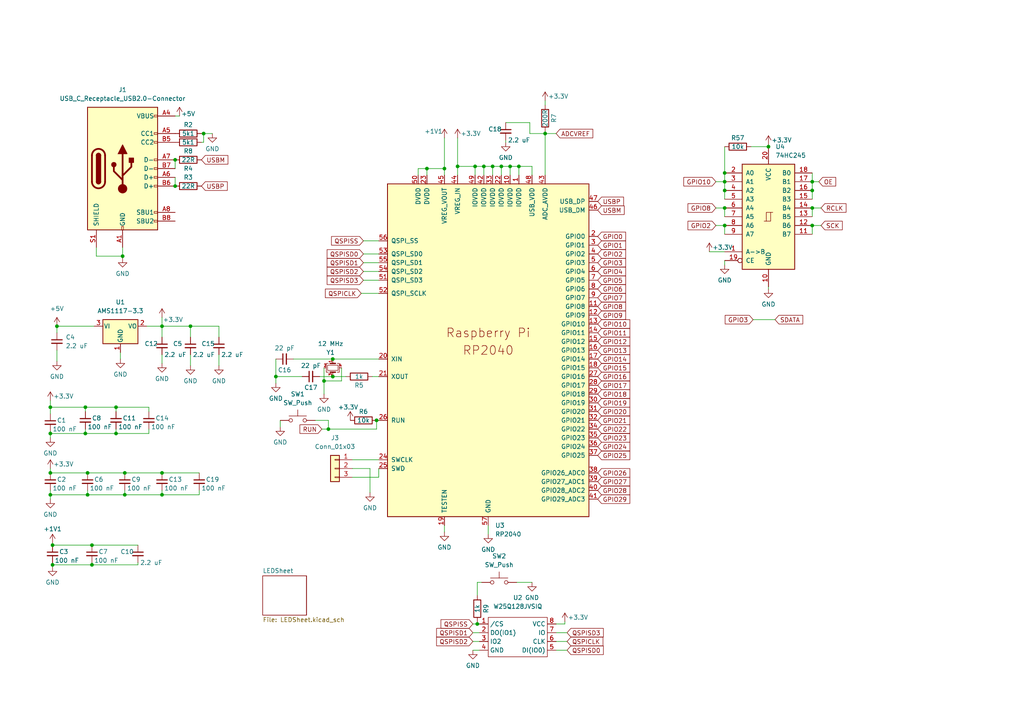
<source format=kicad_sch>
(kicad_sch (version 20211123) (generator eeschema)
  (paper "A4")
  (lib_symbols
    (symbol "74xx:74HC245" (pin_names (offset 1.016))
      (property "Reference" "U" (at -7.62 16.51 0))
      (property "Value" "74HC245" (at -7.62 -16.51 0))
      (symbol "74HC245_1_0"
        (polyline (pts (xy -0.635 -1.27) (xy -0.635 1.27) (xy 0.635 1.27)))
        (polyline (pts (xy -1.27 -1.27) (xy 0.635 -1.27) (xy 0.635 1.27) (xy 1.27 1.27)))
        (pin input line (at -12.7 -10.16 0) (length 5.08) (name "A->B") (number "1"))
        (pin power_in line (at 0 -20.32 90) (length 5.08) (name "GND") (number "10"))
        (pin tri_state line (at 12.7 -5.08 180) (length 5.08) (name "B7") (number "11"))
        (pin tri_state line (at 12.7 -2.54 180) (length 5.08) (name "B6") (number "12"))
        (pin tri_state line (at 12.7 0 180) (length 5.08) (name "B5") (number "13"))
        (pin tri_state line (at 12.7 2.54 180) (length 5.08) (name "B4") (number "14"))
        (pin tri_state line (at 12.7 5.08 180) (length 5.08) (name "B3") (number "15"))
        (pin tri_state line (at 12.7 7.62 180) (length 5.08) (name "B2") (number "16"))
        (pin tri_state line (at 12.7 10.16 180) (length 5.08) (name "B1") (number "17"))
        (pin tri_state line (at 12.7 12.7 180) (length 5.08) (name "B0") (number "18"))
        (pin input inverted (at -12.7 -12.7 0) (length 5.08) (name "CE") (number "19"))
        (pin tri_state line (at -12.7 12.7 0) (length 5.08) (name "A0") (number "2"))
        (pin power_in line (at 0 20.32 270) (length 5.08) (name "VCC") (number "20"))
        (pin tri_state line (at -12.7 10.16 0) (length 5.08) (name "A1") (number "3"))
        (pin tri_state line (at -12.7 7.62 0) (length 5.08) (name "A2") (number "4"))
        (pin tri_state line (at -12.7 5.08 0) (length 5.08) (name "A3") (number "5"))
        (pin tri_state line (at -12.7 2.54 0) (length 5.08) (name "A4") (number "6"))
        (pin tri_state line (at -12.7 0 0) (length 5.08) (name "A5") (number "7"))
        (pin tri_state line (at -12.7 -2.54 0) (length 5.08) (name "A6") (number "8"))
        (pin tri_state line (at -12.7 -5.08 0) (length 5.08) (name "A7") (number "9"))
      )
      (symbol "74HC245_1_1"
        (rectangle (start -7.62 15.24) (end 7.62 -15.24) (stroke (width 0.254)) (fill (type background)))
      )
    )
    (symbol "BizBopWhingWhang:SOIC8Flash"
      (property "Reference" "U" (at -2.54 3.81 0))
      (property "Value" "SOIC8Flash" (at -1.27 6.35 0))
      (symbol "SOIC8Flash_0_1"
        (polyline (pts (xy -9.525 5.08) (xy -9.525 -6.35) (xy 7.62 -6.35) (xy 7.62 5.08) (xy -9.525 5.08)))
      )
      (symbol "SOIC8Flash_1_1"
        (pin input line (at -12.065 3.175 0) (length 2.54) (name "/CS") (number "1"))
        (pin bidirectional line (at -12.065 0.635 0) (length 2.54) (name "DO(IO1)") (number "2"))
        (pin bidirectional line (at -12.065 -1.905 0) (length 2.54) (name "IO2") (number "3"))
        (pin power_in line (at -12.065 -4.445 0) (length 2.54) (name "GND") (number "4"))
        (pin bidirectional line (at 10.16 -4.445 180) (length 2.54) (name "DI(IO0)") (number "5"))
        (pin input line (at 10.16 -1.905 180) (length 2.54) (name "CLK") (number "6"))
        (pin bidirectional line (at 10.16 0.635 180) (length 2.54) (name "IO") (number "7"))
        (pin power_in line (at 10.16 3.175 180) (length 2.54) (name "VCC") (number "8"))
      )
    )
    (symbol "Connector_Generic:Conn_01x03" (pin_names (offset 1.016) hide)
      (property "Reference" "J" (at 0 5.08 0))
      (property "Value" "Conn_01x03" (at 0 -5.08 0))
      (symbol "Conn_01x03_1_1"
        (rectangle (start -1.27 -2.413) (end 0 -2.667) (stroke (width 0.1524)))
        (rectangle (start -1.27 0.127) (end 0 -0.127) (stroke (width 0.1524)))
        (rectangle (start -1.27 2.667) (end 0 2.413) (stroke (width 0.1524)))
        (rectangle (start -1.27 3.81) (end 1.27 -3.81) (stroke (width 0.254)) (fill (type background)))
        (pin passive line (at -5.08 2.54 0) (length 3.81) (name "Pin_1") (number "1"))
        (pin passive line (at -5.08 0 0) (length 3.81) (name "Pin_2") (number "2"))
        (pin passive line (at -5.08 -2.54 0) (length 3.81) (name "Pin_3") (number "3"))
      )
    )
    (symbol "Device:C_Small" (pin_numbers hide) (pin_names (offset 0.254) hide)
      (property "Reference" "C" (at 0.254 1.778 0))
      (property "Value" "C_Small" (at 0.254 -2.032 0))
      (symbol "C_Small_0_1"
        (polyline (pts (xy -1.524 -0.508) (xy 1.524 -0.508)) (stroke (width 0.3302)))
        (polyline (pts (xy -1.524 0.508) (xy 1.524 0.508)) (stroke (width 0.3048)))
      )
      (symbol "C_Small_1_1"
        (pin passive line (at 0 2.54 270) (length 2.032) (name "~") (number "1"))
        (pin passive line (at 0 -2.54 90) (length 2.032) (name "~") (number "2"))
      )
    )
    (symbol "Device:Crystal_GND24_Small" (pin_names (offset 1.016) hide)
      (property "Reference" "Y" (at 1.27 4.445 0))
      (property "Value" "Crystal_GND24_Small" (at 1.27 2.54 0))
      (symbol "Crystal_GND24_Small_0_1"
        (rectangle (start -0.762 -1.524) (end 0.762 1.524))
        (polyline (pts (xy -1.27 -0.762) (xy -1.27 0.762)) (stroke (width 0.381)))
        (polyline (pts (xy 1.27 -0.762) (xy 1.27 0.762)) (stroke (width 0.381)))
        (polyline (pts (xy -1.27 -1.27) (xy -1.27 -1.905) (xy 1.27 -1.905) (xy 1.27 -1.27)))
        (polyline (pts (xy -1.27 1.27) (xy -1.27 1.905) (xy 1.27 1.905) (xy 1.27 1.27)))
      )
      (symbol "Crystal_GND24_Small_1_1"
        (pin passive line (at -2.54 0 0) (length 1.27) (name "1") (number "1"))
        (pin passive line (at 0 -2.54 90) (length 0.635) (name "2") (number "2"))
        (pin passive line (at 2.54 0 180) (length 1.27) (name "3") (number "3"))
        (pin passive line (at 0 2.54 270) (length 0.635) (name "4") (number "4"))
      )
    )
    (symbol "Device:R" (pin_numbers hide) (pin_names (offset 0))
      (property "Reference" "R" (at 2.032 0 90))
      (property "Value" "R" (at 0 0 90))
      (symbol "R_0_1"
        (rectangle (start -1.016 -2.54) (end 1.016 2.54) (stroke (width 0.254)))
      )
      (symbol "R_1_1"
        (pin passive line (at 0 3.81 270) (length 1.27) (name "~") (number "1"))
        (pin passive line (at 0 -3.81 90) (length 1.27) (name "~") (number "2"))
      )
    )
    (symbol "MCU_RaspberryPi_and_Boards:RP2040" (pin_names (offset 1.016))
      (property "Reference" "U" (at -29.21 49.53 0))
      (property "Value" "RP2040" (at 24.13 -49.53 0))
      (symbol "RP2040_0_0"
        (text "Raspberry Pi" (at 0 5.08 0) (effects (font (size 2.54 2.54))))
        (text "RP2040" (at 0 0 0) (effects (font (size 2.54 2.54))))
      )
      (symbol "RP2040_0_1"
        (rectangle (start 29.21 48.26) (end -29.21 -48.26) (stroke (width 0.254)) (fill (type background)))
      )
      (symbol "RP2040_1_1"
        (pin power_in line (at 8.89 50.8 270) (length 2.54) (name "IOVDD") (number "1"))
        (pin power_in line (at 6.35 50.8 270) (length 2.54) (name "IOVDD") (number "10"))
        (pin bidirectional line (at 31.75 12.7 180) (length 2.54) (name "GPIO8") (number "11"))
        (pin bidirectional line (at 31.75 10.16 180) (length 2.54) (name "GPIO9") (number "12"))
        (pin bidirectional line (at 31.75 7.62 180) (length 2.54) (name "GPIO10") (number "13"))
        (pin bidirectional line (at 31.75 5.08 180) (length 2.54) (name "GPIO11") (number "14"))
        (pin bidirectional line (at 31.75 2.54 180) (length 2.54) (name "GPIO12") (number "15"))
        (pin bidirectional line (at 31.75 0 180) (length 2.54) (name "GPIO13") (number "16"))
        (pin bidirectional line (at 31.75 -2.54 180) (length 2.54) (name "GPIO14") (number "17"))
        (pin bidirectional line (at 31.75 -5.08 180) (length 2.54) (name "GPIO15") (number "18"))
        (pin passive line (at -12.7 -50.8 90) (length 2.54) (name "TESTEN") (number "19"))
        (pin bidirectional line (at 31.75 33.02 180) (length 2.54) (name "GPIO0") (number "2"))
        (pin input line (at -31.75 -2.54 0) (length 2.54) (name "XIN") (number "20"))
        (pin passive line (at -31.75 -7.62 0) (length 2.54) (name "XOUT") (number "21"))
        (pin power_in line (at 3.81 50.8 270) (length 2.54) (name "IOVDD") (number "22"))
        (pin power_in line (at -17.78 50.8 270) (length 2.54) (name "DVDD") (number "23"))
        (pin output line (at -31.75 -31.75 0) (length 2.54) (name "SWCLK") (number "24"))
        (pin bidirectional line (at -31.75 -34.29 0) (length 2.54) (name "SWD") (number "25"))
        (pin input line (at -31.75 -20.32 0) (length 2.54) (name "RUN") (number "26"))
        (pin bidirectional line (at 31.75 -7.62 180) (length 2.54) (name "GPIO16") (number "27"))
        (pin bidirectional line (at 31.75 -10.16 180) (length 2.54) (name "GPIO17") (number "28"))
        (pin bidirectional line (at 31.75 -12.7 180) (length 2.54) (name "GPIO18") (number "29"))
        (pin bidirectional line (at 31.75 30.48 180) (length 2.54) (name "GPIO1") (number "3"))
        (pin bidirectional line (at 31.75 -15.24 180) (length 2.54) (name "GPIO19") (number "30"))
        (pin bidirectional line (at 31.75 -17.78 180) (length 2.54) (name "GPIO20") (number "31"))
        (pin bidirectional line (at 31.75 -20.32 180) (length 2.54) (name "GPIO21") (number "32"))
        (pin power_in line (at 1.27 50.8 270) (length 2.54) (name "IOVDD") (number "33"))
        (pin bidirectional line (at 31.75 -22.86 180) (length 2.54) (name "GPIO22") (number "34"))
        (pin bidirectional line (at 31.75 -25.4 180) (length 2.54) (name "GPIO23") (number "35"))
        (pin bidirectional line (at 31.75 -27.94 180) (length 2.54) (name "GPIO24") (number "36"))
        (pin bidirectional line (at 31.75 -30.48 180) (length 2.54) (name "GPIO25") (number "37"))
        (pin bidirectional line (at 31.75 -35.56 180) (length 2.54) (name "GPIO26_ADC0") (number "38"))
        (pin bidirectional line (at 31.75 -38.1 180) (length 2.54) (name "GPIO27_ADC1") (number "39"))
        (pin bidirectional line (at 31.75 27.94 180) (length 2.54) (name "GPIO2") (number "4"))
        (pin bidirectional line (at 31.75 -40.64 180) (length 2.54) (name "GPIO28_ADC2") (number "40"))
        (pin bidirectional line (at 31.75 -43.18 180) (length 2.54) (name "GPIO29_ADC3") (number "41"))
        (pin power_in line (at -1.27 50.8 270) (length 2.54) (name "IOVDD") (number "42"))
        (pin power_in line (at 16.51 50.8 270) (length 2.54) (name "ADC_AVDD") (number "43"))
        (pin power_in line (at -8.89 50.8 270) (length 2.54) (name "VREG_IN") (number "44"))
        (pin power_out line (at -12.7 50.8 270) (length 2.54) (name "VREG_VOUT") (number "45"))
        (pin bidirectional line (at 31.75 40.64 180) (length 2.54) (name "USB_DM") (number "46"))
        (pin bidirectional line (at 31.75 43.18 180) (length 2.54) (name "USB_DP") (number "47"))
        (pin power_in line (at 12.7 50.8 270) (length 2.54) (name "USB_VDD") (number "48"))
        (pin power_in line (at -3.81 50.8 270) (length 2.54) (name "IOVDD") (number "49"))
        (pin bidirectional line (at 31.75 25.4 180) (length 2.54) (name "GPIO3") (number "5"))
        (pin power_in line (at -20.32 50.8 270) (length 2.54) (name "DVDD") (number "50"))
        (pin bidirectional line (at -31.75 20.32 0) (length 2.54) (name "QSPI_SD3") (number "51"))
        (pin output line (at -31.75 16.51 0) (length 2.54) (name "QSPI_SCLK") (number "52"))
        (pin bidirectional line (at -31.75 27.94 0) (length 2.54) (name "QSPI_SD0") (number "53"))
        (pin bidirectional line (at -31.75 22.86 0) (length 2.54) (name "QSPI_SD2") (number "54"))
        (pin bidirectional line (at -31.75 25.4 0) (length 2.54) (name "QSPI_SD1") (number "55"))
        (pin bidirectional line (at -31.75 31.75 0) (length 2.54) (name "QSPI_SS") (number "56"))
        (pin power_in line (at 0 -50.8 90) (length 2.54) (name "GND") (number "57"))
        (pin bidirectional line (at 31.75 22.86 180) (length 2.54) (name "GPIO4") (number "6"))
        (pin bidirectional line (at 31.75 20.32 180) (length 2.54) (name "GPIO5") (number "7"))
        (pin bidirectional line (at 31.75 17.78 180) (length 2.54) (name "GPIO6") (number "8"))
        (pin bidirectional line (at 31.75 15.24 180) (length 2.54) (name "GPIO7") (number "9"))
      )
    )
    (symbol "Regulator_Linear:AMS1117-3.3" (pin_names (offset 0.254))
      (property "Reference" "U" (at -3.81 3.175 0))
      (property "Value" "AMS1117-3.3" (at 0 3.175 0))
      (symbol "AMS1117-3.3_0_1"
        (rectangle (start -5.08 -5.08) (end 5.08 1.905) (stroke (width 0.254)) (fill (type background)))
      )
      (symbol "AMS1117-3.3_1_1"
        (pin power_in line (at 0 -7.62 90) (length 2.54) (name "GND") (number "1"))
        (pin power_out line (at 7.62 0 180) (length 2.54) (name "VO") (number "2"))
        (pin power_in line (at -7.62 0 0) (length 2.54) (name "VI") (number "3"))
      )
    )
    (symbol "Switch:SW_Push" (pin_numbers hide) (pin_names (offset 1.016) hide)
      (property "Reference" "SW" (at 1.27 2.54 0))
      (property "Value" "SW_Push" (at 0 -1.524 0))
      (symbol "SW_Push_0_1"
        (circle (center -2.032 0) (radius 0.508))
        (polyline (pts (xy 0 1.27) (xy 0 3.048)))
        (polyline (pts (xy 2.54 1.27) (xy -2.54 1.27)))
        (circle (center 2.032 0) (radius 0.508))
        (pin passive line (at -5.08 0 0) (length 2.54) (name "1") (number "1"))
        (pin passive line (at 5.08 0 180) (length 2.54) (name "2") (number "2"))
      )
    )
    (symbol "power:+1V1" (power) (pin_names (offset 0))
      (property "Value" "+1V1" (at 0 3.556 0))
      (symbol "+1V1_0_1"
        (polyline (pts (xy -0.762 1.27) (xy 0 2.54)))
        (polyline (pts (xy 0 0) (xy 0 2.54)))
        (polyline (pts (xy 0 2.54) (xy 0.762 1.27)))
      )
      (symbol "+1V1_1_1"
        (pin power_in line (at 0 0 90) (length 0) hide (name "+1V1") (number "1"))
      )
    )
    (symbol "power:+3.3V" (power) (pin_names (offset 0))
      (property "Value" "+3.3V" (at 0 3.556 0))
      (symbol "+3.3V_0_1"
        (polyline (pts (xy -0.762 1.27) (xy 0 2.54)))
        (polyline (pts (xy 0 0) (xy 0 2.54)))
        (polyline (pts (xy 0 2.54) (xy 0.762 1.27)))
      )
      (symbol "+3.3V_1_1"
        (pin power_in line (at 0 0 90) (length 0) hide (name "+3.3V") (number "1"))
      )
    )
    (symbol "power:+5V" (power) (pin_names (offset 0))
      (property "Value" "+5V" (at 0 3.556 0))
      (symbol "+5V_0_1"
        (polyline (pts (xy -0.762 1.27) (xy 0 2.54)))
        (polyline (pts (xy 0 0) (xy 0 2.54)))
        (polyline (pts (xy 0 2.54) (xy 0.762 1.27)))
      )
      (symbol "+5V_1_1"
        (pin power_in line (at 0 0 90) (length 0) hide (name "+5V") (number "1"))
      )
    )
    (symbol "power:GND" (power) (pin_names (offset 0))
      (property "Value" "GND" (at 0 -3.81 0))
      (symbol "GND_0_1"
        (polyline (pts (xy 0 0) (xy 0 -1.27) (xy 1.27 -1.27) (xy 0 -2.54) (xy -1.27 -1.27) (xy 0 -1.27)))
      )
      (symbol "GND_1_1"
        (pin power_in line (at 0 0 270) (length 0) hide (name "GND") (number "1"))
      )
    )
    (symbol "usb_c_receptacle_usb2.0-connector:USB_C_Receptacle_USB2.0-Connector" (pin_names (offset 1.016))
      (property "Reference" "J" (at -10.16 19.05 0))
      (property "Value" "USB_C_Receptacle_USB2.0-Connector" (at 19.05 19.05 0))
      (symbol "USB_C_Receptacle_USB2.0-Connector_0_0"
        (rectangle (start -0.254 -17.78) (end 0.254 -16.764))
        (rectangle (start 10.16 -14.986) (end 9.144 -15.494))
        (rectangle (start 10.16 -12.446) (end 9.144 -12.954))
        (rectangle (start 10.16 -4.826) (end 9.144 -5.334))
        (rectangle (start 10.16 -2.286) (end 9.144 -2.794))
        (rectangle (start 10.16 0.254) (end 9.144 -0.254))
        (rectangle (start 10.16 2.794) (end 9.144 2.286))
        (rectangle (start 10.16 7.874) (end 9.144 7.366))
        (rectangle (start 10.16 10.414) (end 9.144 9.906))
        (rectangle (start 10.16 15.494) (end 9.144 14.986))
      )
      (symbol "USB_C_Receptacle_USB2.0-Connector_0_1"
        (rectangle (start -10.16 17.78) (end 10.16 -17.78) (stroke (width 0.254)) (fill (type background)))
        (arc (start -8.89 -3.81) (mid -6.985 -5.715) (end -5.08 -3.81) (stroke (width 0.508)))
        (arc (start -7.62 -3.81) (mid -6.985 -4.445) (end -6.35 -3.81) (stroke (width 0.254)))
        (arc (start -7.62 -3.81) (mid -6.985 -4.445) (end -6.35 -3.81) (stroke (width 0.254)) (fill (type outline)))
        (rectangle (start -7.62 -3.81) (end -6.35 3.81) (stroke (width 0.254)) (fill (type outline)))
        (arc (start -6.35 3.81) (mid -6.985 4.445) (end -7.62 3.81) (stroke (width 0.254)))
        (arc (start -6.35 3.81) (mid -6.985 4.445) (end -7.62 3.81) (stroke (width 0.254)) (fill (type outline)))
        (arc (start -5.08 3.81) (mid -6.985 5.715) (end -8.89 3.81) (stroke (width 0.508)))
        (circle (center -2.54 1.143) (radius 0.635) (stroke (width 0.254)) (fill (type outline)))
        (circle (center 0 -5.842) (radius 1.27) (fill (type outline)))
        (polyline (pts (xy -8.89 -3.81) (xy -8.89 3.81)) (stroke (width 0.508)))
        (polyline (pts (xy -5.08 3.81) (xy -5.08 -3.81)) (stroke (width 0.508)))
        (polyline (pts (xy 0 -5.842) (xy 0 4.318)) (stroke (width 0.508)))
        (polyline (pts (xy 0 -3.302) (xy -2.54 -0.762) (xy -2.54 0.508)) (stroke (width 0.508)))
        (polyline (pts (xy 0 -2.032) (xy 2.54 0.508) (xy 2.54 1.778)) (stroke (width 0.508)))
        (polyline (pts (xy -1.27 4.318) (xy 0 6.858) (xy 1.27 4.318) (xy -1.27 4.318)) (stroke (width 0.254)) (fill (type outline)))
        (rectangle (start 1.905 1.778) (end 3.175 3.048) (stroke (width 0.254)) (fill (type outline)))
      )
      (symbol "USB_C_Receptacle_USB2.0-Connector_1_1"
        (pin power_in line (at 0 -22.86 90) (length 5.08) (name "GND") (number "A1"))
        (pin power_in line (at 0 -22.86 90) (length 5.08) hide (name "GND") (number "A12"))
        (pin power_in line (at 15.24 15.24 180) (length 5.08) (name "VBUS") (number "A4"))
        (pin bidirectional line (at 15.24 10.16 180) (length 5.08) (name "CC1") (number "A5"))
        (pin bidirectional line (at 15.24 -2.54 180) (length 5.08) (name "D+") (number "A6"))
        (pin bidirectional line (at 15.24 2.54 180) (length 5.08) (name "D-") (number "A7"))
        (pin bidirectional line (at 15.24 -12.7 180) (length 5.08) (name "SBU1") (number "A8"))
        (pin power_in line (at 15.24 15.24 180) (length 5.08) hide (name "VBUS") (number "A9"))
        (pin power_in line (at 0 -22.86 90) (length 5.08) hide (name "GND") (number "B1"))
        (pin power_in line (at 0 -22.86 90) (length 5.08) hide (name "GND") (number "B12"))
        (pin power_in line (at 15.24 15.24 180) (length 5.08) hide (name "VBUS") (number "B4"))
        (pin bidirectional line (at 15.24 7.62 180) (length 5.08) (name "CC2") (number "B5"))
        (pin bidirectional line (at 15.24 -5.08 180) (length 5.08) (name "D+") (number "B6"))
        (pin bidirectional line (at 15.24 0 180) (length 5.08) (name "D-") (number "B7"))
        (pin bidirectional line (at 15.24 -15.24 180) (length 5.08) (name "SBU2") (number "B8"))
        (pin power_in line (at 15.24 15.24 180) (length 5.08) hide (name "VBUS") (number "B9"))
        (pin passive line (at -7.62 -22.86 90) (length 5.08) (name "SHIELD") (number "S1"))
      )
    )
  )
  (junction (at 50.8 46.355))
  (junction (at 147.955 48.26))
  (junction (at 46.99 137.16))
  (junction (at 96.52 109.22))
  (junction (at 25.4 143.51))
  (junction (at 235.585 52.705))
  (junction (at 36.195 143.51))
  (junction (at 46.99 94.615))
  (junction (at 123.825 48.895))
  (junction (at 210.185 55.245))
  (junction (at 15.24 163.83))
  (junction (at 235.585 65.405))
  (junction (at 95.25 124.46))
  (junction (at 15.24 158.115))
  (junction (at 210.185 60.325))
  (junction (at 59.055 38.735))
  (junction (at 50.8 53.975))
  (junction (at 14.605 125.73))
  (junction (at 16.51 94.615))
  (junction (at 132.715 48.26))
  (junction (at 24.765 118.11))
  (junction (at 96.52 104.14))
  (junction (at 36.195 137.16))
  (junction (at 150.495 48.26))
  (junction (at 128.905 48.895))
  (junction (at 80.01 109.22))
  (junction (at 235.585 60.325))
  (junction (at 142.875 48.26))
  (junction (at 145.415 48.26))
  (junction (at 25.4 137.16))
  (junction (at 222.885 42.545))
  (junction (at 14.605 137.16))
  (junction (at 33.655 118.11))
  (junction (at 26.67 158.115))
  (junction (at 55.245 94.615))
  (junction (at 235.585 55.245))
  (junction (at 210.185 52.705))
  (junction (at 14.605 143.51))
  (junction (at 33.655 125.73))
  (junction (at 138.43 180.975))
  (junction (at 137.795 48.26))
  (junction (at 93.98 110.49))
  (junction (at 210.185 50.165))
  (junction (at 46.99 143.51))
  (junction (at 140.335 48.26))
  (junction (at 158.115 38.735))
  (junction (at 35.56 74.295))
  (junction (at 26.67 163.83))
  (junction (at 24.765 125.73))
  (junction (at 14.605 118.11))
  (junction (at 109.22 121.92))
  (junction (at 210.185 65.405))
  (wire (pts (xy 210.185 75.565) (xy 210.185 76.835)))
  (wire (pts (xy 80.01 104.14) (xy 80.01 109.22)))
  (wire (pts (xy 26.67 163.83) (xy 40.005 163.83)))
  (wire (pts (xy 16.51 94.615) (xy 16.51 96.52)))
  (wire (pts (xy 207.645 52.705) (xy 210.185 52.705)))
  (wire (pts (xy 14.605 118.11) (xy 14.605 120.015)))
  (wire (pts (xy 15.24 163.83) (xy 26.67 163.83)))
  (wire (pts (xy 210.185 42.545) (xy 210.185 50.165)))
  (wire (pts (xy 25.4 143.51) (xy 36.195 143.51)))
  (wire (pts (xy 33.655 118.11) (xy 33.655 119.38)))
  (wire (pts (xy 25.4 143.51) (xy 25.4 142.24)))
  (wire (pts (xy 96.52 109.22) (xy 100.33 109.22)))
  (wire (pts (xy 93.98 110.49) (xy 93.98 106.68)))
  (wire (pts (xy 140.335 48.26) (xy 140.335 50.8)))
  (wire (pts (xy 137.795 48.26) (xy 132.715 48.26)))
  (wire (pts (xy 138.43 172.72) (xy 138.43 168.91)))
  (wire (pts (xy 147.955 48.26) (xy 145.415 48.26)))
  (wire (pts (xy 109.22 124.46) (xy 109.22 121.92)))
  (wire (pts (xy 55.245 102.87) (xy 55.245 106.045)))
  (wire (pts (xy 158.115 29.21) (xy 158.115 30.48)))
  (wire (pts (xy 163.83 180.975) (xy 161.29 180.975)))
  (wire (pts (xy 46.99 97.79) (xy 46.99 94.615)))
  (wire (pts (xy 142.875 48.26) (xy 142.875 50.8)))
  (wire (pts (xy 15.24 158.115) (xy 26.67 158.115)))
  (wire (pts (xy 109.855 138.43) (xy 102.235 138.43)))
  (wire (pts (xy 140.335 48.26) (xy 137.795 48.26)))
  (wire (pts (xy 137.795 48.26) (xy 137.795 50.8)))
  (wire (pts (xy 58.42 38.735) (xy 59.055 38.735)))
  (wire (pts (xy 132.715 40.005) (xy 132.715 48.26)))
  (wire (pts (xy 14.605 143.51) (xy 25.4 143.51)))
  (wire (pts (xy 210.185 50.165) (xy 210.185 52.705)))
  (wire (pts (xy 235.585 65.405) (xy 235.585 67.945)))
  (wire (pts (xy 27.94 71.755) (xy 27.94 74.295)))
  (wire (pts (xy 40.005 163.83) (xy 40.005 163.195)))
  (wire (pts (xy 99.06 110.49) (xy 93.98 110.49)))
  (wire (pts (xy 150.495 48.26) (xy 150.495 50.8)))
  (wire (pts (xy 99.06 106.68) (xy 99.06 110.49)))
  (wire (pts (xy 235.585 60.325) (xy 235.585 62.865)))
  (wire (pts (xy 235.585 55.245) (xy 235.585 57.785)))
  (wire (pts (xy 161.29 188.595) (xy 164.465 188.595)))
  (wire (pts (xy 222.885 41.91) (xy 222.885 42.545)))
  (wire (pts (xy 235.585 60.325) (xy 238.125 60.325)))
  (wire (pts (xy 95.25 121.92) (xy 95.25 124.46)))
  (wire (pts (xy 43.18 118.11) (xy 43.18 119.38)))
  (wire (pts (xy 92.71 109.22) (xy 96.52 109.22)))
  (wire (pts (xy 154.305 50.8) (xy 154.305 48.26)))
  (wire (pts (xy 59.055 38.735) (xy 59.055 41.275)))
  (wire (pts (xy 105.41 81.28) (xy 109.855 81.28)))
  (wire (pts (xy 107.95 109.22) (xy 109.855 109.22)))
  (wire (pts (xy 153.67 38.735) (xy 158.115 38.735)))
  (wire (pts (xy 33.655 118.11) (xy 43.18 118.11)))
  (wire (pts (xy 158.115 38.1) (xy 158.115 38.735)))
  (wire (pts (xy 154.305 48.26) (xy 150.495 48.26)))
  (wire (pts (xy 43.18 125.73) (xy 43.18 124.46)))
  (wire (pts (xy 205.74 73.025) (xy 210.185 73.025)))
  (wire (pts (xy 50.8 51.435) (xy 50.8 53.975)))
  (wire (pts (xy 14.605 137.16) (xy 25.4 137.16)))
  (wire (pts (xy 217.805 42.545) (xy 222.885 42.545)))
  (wire (pts (xy 105.41 73.66) (xy 109.855 73.66)))
  (wire (pts (xy 80.01 109.22) (xy 80.01 111.125)))
  (wire (pts (xy 26.67 163.83) (xy 26.67 163.195)))
  (wire (pts (xy 105.41 69.85) (xy 109.855 69.85)))
  (wire (pts (xy 235.585 52.705) (xy 237.49 52.705)))
  (wire (pts (xy 161.29 183.515) (xy 164.465 183.515)))
  (wire (pts (xy 57.785 142.24) (xy 57.785 143.51)))
  (wire (pts (xy 55.245 94.615) (xy 55.245 97.79)))
  (wire (pts (xy 14.605 125.095) (xy 14.605 125.73)))
  (wire (pts (xy 158.115 38.735) (xy 158.115 50.8)))
  (wire (pts (xy 128.905 152.4) (xy 128.905 154.305)))
  (wire (pts (xy 161.29 186.055) (xy 164.465 186.055)))
  (wire (pts (xy 138.43 180.975) (xy 139.065 180.975)))
  (wire (pts (xy 14.605 142.24) (xy 14.605 143.51)))
  (wire (pts (xy 24.765 118.11) (xy 33.655 118.11)))
  (wire (pts (xy 24.765 125.73) (xy 33.655 125.73)))
  (wire (pts (xy 14.605 143.51) (xy 14.605 144.78)))
  (wire (pts (xy 210.185 55.245) (xy 210.185 57.785)))
  (wire (pts (xy 93.98 110.49) (xy 93.98 114.3)))
  (wire (pts (xy 207.645 60.325) (xy 210.185 60.325)))
  (wire (pts (xy 132.715 48.26) (xy 132.715 50.8)))
  (wire (pts (xy 46.99 143.51) (xy 36.195 143.51)))
  (wire (pts (xy 15.24 157.48) (xy 15.24 158.115)))
  (wire (pts (xy 46.99 137.16) (xy 57.785 137.16)))
  (wire (pts (xy 128.905 40.005) (xy 128.905 48.895)))
  (wire (pts (xy 36.195 137.16) (xy 46.99 137.16)))
  (wire (pts (xy 123.825 48.895) (xy 128.905 48.895)))
  (wire (pts (xy 35.56 74.295) (xy 35.56 74.93)))
  (wire (pts (xy 123.825 48.895) (xy 123.825 50.8)))
  (wire (pts (xy 121.285 50.8) (xy 121.285 48.895)))
  (wire (pts (xy 14.605 116.205) (xy 14.605 118.11)))
  (wire (pts (xy 137.16 183.515) (xy 139.065 183.515)))
  (wire (pts (xy 26.67 158.115) (xy 40.005 158.115)))
  (wire (pts (xy 50.8 33.655) (xy 52.07 33.655)))
  (wire (pts (xy 102.235 133.35) (xy 109.855 133.35)))
  (wire (pts (xy 138.43 180.34) (xy 138.43 180.975)))
  (wire (pts (xy 16.51 94.615) (xy 27.305 94.615)))
  (wire (pts (xy 153.67 35.56) (xy 153.67 38.735)))
  (wire (pts (xy 105.41 76.2) (xy 109.855 76.2)))
  (wire (pts (xy 95.25 124.46) (xy 109.22 124.46)))
  (wire (pts (xy 105.41 78.74) (xy 109.855 78.74)))
  (wire (pts (xy 33.655 125.73) (xy 43.18 125.73)))
  (wire (pts (xy 14.605 118.11) (xy 24.765 118.11)))
  (wire (pts (xy 46.99 92.075) (xy 46.99 94.615)))
  (wire (pts (xy 137.16 180.975) (xy 138.43 180.975)))
  (wire (pts (xy 59.055 41.275) (xy 58.42 41.275)))
  (wire (pts (xy 235.585 50.165) (xy 235.585 52.705)))
  (wire (pts (xy 145.415 48.26) (xy 142.875 48.26)))
  (wire (pts (xy 147.955 48.26) (xy 147.955 50.8)))
  (wire (pts (xy 93.345 124.46) (xy 95.25 124.46)))
  (wire (pts (xy 27.94 74.295) (xy 35.56 74.295)))
  (wire (pts (xy 46.99 94.615) (xy 55.245 94.615)))
  (wire (pts (xy 15.24 163.83) (xy 15.24 164.465)))
  (wire (pts (xy 57.785 143.51) (xy 46.99 143.51)))
  (wire (pts (xy 15.24 163.195) (xy 15.24 163.83)))
  (wire (pts (xy 150.495 48.26) (xy 147.955 48.26)))
  (wire (pts (xy 109.22 121.92) (xy 109.855 121.92)))
  (wire (pts (xy 146.685 40.64) (xy 146.685 41.275)))
  (wire (pts (xy 163.83 180.34) (xy 163.83 180.975)))
  (wire (pts (xy 121.285 48.895) (xy 123.825 48.895)))
  (wire (pts (xy 91.44 121.92) (xy 95.25 121.92)))
  (wire (pts (xy 141.605 152.4) (xy 141.605 154.94)))
  (wire (pts (xy 16.51 101.6) (xy 16.51 104.775)))
  (wire (pts (xy 24.765 118.11) (xy 24.765 119.38)))
  (wire (pts (xy 207.645 65.405) (xy 210.185 65.405)))
  (wire (pts (xy 85.09 104.14) (xy 96.52 104.14)))
  (wire (pts (xy 210.185 65.405) (xy 210.185 67.945)))
  (wire (pts (xy 14.605 125.73) (xy 24.765 125.73)))
  (wire (pts (xy 109.855 135.89) (xy 109.855 138.43)))
  (wire (pts (xy 33.655 124.46) (xy 33.655 125.73)))
  (wire (pts (xy 210.185 60.325) (xy 210.185 62.865)))
  (wire (pts (xy 59.055 38.735) (xy 61.595 38.735)))
  (wire (pts (xy 145.415 48.26) (xy 145.415 50.8)))
  (wire (pts (xy 138.43 168.91) (xy 139.7 168.91)))
  (wire (pts (xy 149.86 168.91) (xy 154.305 168.91)))
  (wire (pts (xy 210.185 52.705) (xy 210.185 55.245)))
  (wire (pts (xy 96.52 104.14) (xy 109.855 104.14)))
  (wire (pts (xy 81.28 121.92) (xy 81.28 123.825)))
  (wire (pts (xy 50.8 46.355) (xy 50.8 48.895)))
  (wire (pts (xy 137.16 188.595) (xy 139.065 188.595)))
  (wire (pts (xy 107.315 142.875) (xy 107.315 135.89)))
  (wire (pts (xy 35.56 71.755) (xy 35.56 74.295)))
  (wire (pts (xy 158.115 38.735) (xy 161.29 38.735)))
  (wire (pts (xy 63.5 97.79) (xy 63.5 94.615)))
  (wire (pts (xy 25.4 137.16) (xy 36.195 137.16)))
  (wire (pts (xy 128.905 48.895) (xy 128.905 50.8)))
  (wire (pts (xy 36.195 143.51) (xy 36.195 142.24)))
  (wire (pts (xy 24.765 124.46) (xy 24.765 125.73)))
  (wire (pts (xy 235.585 65.405) (xy 238.125 65.405)))
  (wire (pts (xy 146.685 35.56) (xy 153.67 35.56)))
  (wire (pts (xy 137.16 186.055) (xy 139.065 186.055)))
  (wire (pts (xy 80.01 109.22) (xy 87.63 109.22)))
  (wire (pts (xy 63.5 102.87) (xy 63.5 106.045)))
  (wire (pts (xy 222.885 83.185) (xy 222.885 83.82)))
  (wire (pts (xy 107.315 135.89) (xy 102.235 135.89)))
  (wire (pts (xy 104.775 85.09) (xy 109.855 85.09)))
  (wire (pts (xy 218.44 92.71) (xy 224.79 92.71)))
  (wire (pts (xy 14.605 135.89) (xy 14.605 137.16)))
  (wire (pts (xy 34.925 102.235) (xy 34.925 104.14)))
  (wire (pts (xy 46.99 142.24) (xy 46.99 143.51)))
  (wire (pts (xy 46.99 94.615) (xy 42.545 94.615)))
  (wire (pts (xy 142.875 48.26) (xy 140.335 48.26)))
  (wire (pts (xy 55.245 94.615) (xy 63.5 94.615)))
  (wire (pts (xy 14.605 125.73) (xy 14.605 127)))
  (wire (pts (xy 235.585 52.705) (xy 235.585 55.245)))
  (wire (pts (xy 46.99 102.87) (xy 46.99 105.41)))
  (global_label "SDATA" (shape input) (at 224.79 92.71 0) (property "Intersheet References" "${INTERSHEET_REFS}" (effects hide)))
  (global_label "GPIO1" (shape input) (at 173.355 71.12 0) (property "Intersheet References" "${INTERSHEET_REFS}" (effects hide)))
  (global_label "GPIO9" (shape input) (at 173.355 91.44 0) (property "Intersheet References" "${INTERSHEET_REFS}" (effects hide)))
  (global_label "GPIO5" (shape input) (at 173.355 81.28 0) (property "Intersheet References" "${INTERSHEET_REFS}" (effects hide)))
  (global_label "GPIO14" (shape input) (at 173.355 104.14 0) (property "Intersheet References" "${INTERSHEET_REFS}" (effects hide)))
  (global_label "GPIO8" (shape input) (at 173.355 88.9 0) (property "Intersheet References" "${INTERSHEET_REFS}" (effects hide)))
  (global_label "GPIO6" (shape input) (at 173.355 83.82 0) (property "Intersheet References" "${INTERSHEET_REFS}" (effects hide)))
  (global_label "GPIO11" (shape input) (at 173.355 96.52 0) (property "Intersheet References" "${INTERSHEET_REFS}" (effects hide)))
  (global_label "RCLK" (shape input) (at 238.125 60.325 0) (property "Intersheet References" "${INTERSHEET_REFS}" (effects hide)))
  (global_label "QSPISD2" (shape input) (at 105.41 78.74 180) (property "Intersheet References" "${INTERSHEET_REFS}" (effects hide)))
  (global_label "OE" (shape input) (at 237.49 52.705 0) (property "Intersheet References" "${INTERSHEET_REFS}" (effects hide)))
  (global_label "QSPISD3" (shape input) (at 105.41 81.28 180) (property "Intersheet References" "${INTERSHEET_REFS}" (effects hide)))
  (global_label "GPIO3" (shape input) (at 173.355 76.2 0) (property "Intersheet References" "${INTERSHEET_REFS}" (effects hide)))
  (global_label "GPIO20" (shape input) (at 173.355 119.38 0) (property "Intersheet References" "${INTERSHEET_REFS}" (effects hide)))
  (global_label "QSPISS" (shape input) (at 137.16 180.975 180) (property "Intersheet References" "${INTERSHEET_REFS}" (effects hide)))
  (global_label "GPIO13" (shape input) (at 173.355 101.6 0) (property "Intersheet References" "${INTERSHEET_REFS}" (effects hide)))
  (global_label "USBM" (shape input) (at 58.42 46.355 0) (property "Intersheet References" "${INTERSHEET_REFS}" (effects hide)))
  (global_label "GPIO18" (shape input) (at 173.355 114.3 0) (property "Intersheet References" "${INTERSHEET_REFS}" (effects hide)))
  (global_label "GPIO24" (shape input) (at 173.355 129.54 0) (property "Intersheet References" "${INTERSHEET_REFS}" (effects hide)))
  (global_label "QSPISD1" (shape input) (at 137.16 183.515 180) (property "Intersheet References" "${INTERSHEET_REFS}" (effects hide)))
  (global_label "QSPISD2" (shape input) (at 137.16 186.055 180) (property "Intersheet References" "${INTERSHEET_REFS}" (effects hide)))
  (global_label "GPIO28" (shape input) (at 173.355 142.24 0) (property "Intersheet References" "${INTERSHEET_REFS}" (effects hide)))
  (global_label "QSPICLK" (shape input) (at 164.465 186.055 0) (property "Intersheet References" "${INTERSHEET_REFS}" (effects hide)))
  (global_label "GPIO7" (shape input) (at 173.355 86.36 0) (property "Intersheet References" "${INTERSHEET_REFS}" (effects hide)))
  (global_label "GPIO22" (shape input) (at 173.355 124.46 0) (property "Intersheet References" "${INTERSHEET_REFS}" (effects hide)))
  (global_label "SCK" (shape input) (at 238.125 65.405 0) (property "Intersheet References" "${INTERSHEET_REFS}" (effects hide)))
  (global_label "GPIO23" (shape input) (at 173.355 127 0) (property "Intersheet References" "${INTERSHEET_REFS}" (effects hide)))
  (global_label "QSPISD1" (shape input) (at 105.41 76.2 180) (property "Intersheet References" "${INTERSHEET_REFS}" (effects hide)))
  (global_label "RUN" (shape input) (at 93.345 124.46 180) (property "Intersheet References" "${INTERSHEET_REFS}" (effects hide)))
  (global_label "GPIO21" (shape input) (at 173.355 121.92 0) (property "Intersheet References" "${INTERSHEET_REFS}" (effects hide)))
  (global_label "GPIO3" (shape input) (at 218.44 92.71 180) (property "Intersheet References" "${INTERSHEET_REFS}" (effects hide)))
  (global_label "GPIO15" (shape input) (at 173.355 106.68 0) (property "Intersheet References" "${INTERSHEET_REFS}" (effects hide)))
  (global_label "GPIO10" (shape input) (at 173.355 93.98 0) (property "Intersheet References" "${INTERSHEET_REFS}" (effects hide)))
  (global_label "GPIO19" (shape input) (at 173.355 116.84 0) (property "Intersheet References" "${INTERSHEET_REFS}" (effects hide)))
  (global_label "QSPICLK" (shape input) (at 104.775 85.09 180) (property "Intersheet References" "${INTERSHEET_REFS}" (effects hide)))
  (global_label "QSPISD0" (shape input) (at 164.465 188.595 0) (property "Intersheet References" "${INTERSHEET_REFS}" (effects hide)))
  (global_label "GPIO0" (shape input) (at 173.355 68.58 0) (property "Intersheet References" "${INTERSHEET_REFS}" (effects hide)))
  (global_label "GPIO17" (shape input) (at 173.355 111.76 0) (property "Intersheet References" "${INTERSHEET_REFS}" (effects hide)))
  (global_label "GPIO2" (shape input) (at 173.355 73.66 0) (property "Intersheet References" "${INTERSHEET_REFS}" (effects hide)))
  (global_label "QSPISS" (shape input) (at 105.41 69.85 180) (property "Intersheet References" "${INTERSHEET_REFS}" (effects hide)))
  (global_label "ADCVREF" (shape input) (at 161.29 38.735 0) (property "Intersheet References" "${INTERSHEET_REFS}" (effects hide)))
  (global_label "QSPISD3" (shape input) (at 164.465 183.515 0) (property "Intersheet References" "${INTERSHEET_REFS}" (effects hide)))
  (global_label "GPIO12" (shape input) (at 173.355 99.06 0) (property "Intersheet References" "${INTERSHEET_REFS}" (effects hide)))
  (global_label "QSPISD0" (shape input) (at 105.41 73.66 180) (property "Intersheet References" "${INTERSHEET_REFS}" (effects hide)))
  (global_label "GPIO16" (shape input) (at 173.355 109.22 0) (property "Intersheet References" "${INTERSHEET_REFS}" (effects hide)))
  (global_label "GPIO25" (shape input) (at 173.355 132.08 0) (property "Intersheet References" "${INTERSHEET_REFS}" (effects hide)))
  (global_label "GPIO26" (shape input) (at 173.355 137.16 0) (property "Intersheet References" "${INTERSHEET_REFS}" (effects hide)))
  (global_label "GPIO4" (shape input) (at 173.355 78.74 0) (property "Intersheet References" "${INTERSHEET_REFS}" (effects hide)))
  (global_label "GPIO27" (shape input) (at 173.355 139.7 0) (property "Intersheet References" "${INTERSHEET_REFS}" (effects hide)))
  (global_label "USBP" (shape input) (at 58.42 53.975 0) (property "Intersheet References" "${INTERSHEET_REFS}" (effects hide)))
  (global_label "GPIO29" (shape input) (at 173.355 144.78 0) (property "Intersheet References" "${INTERSHEET_REFS}" (effects hide)))
  (global_label "USBM" (shape input) (at 173.355 60.96 0) (property "Intersheet References" "${INTERSHEET_REFS}" (effects hide)))
  (global_label "USBP" (shape input) (at 173.355 58.42 0) (property "Intersheet References" "${INTERSHEET_REFS}" (effects hide)))
  (global_label "GPIO10" (shape input) (at 207.645 52.705 180) (property "Intersheet References" "${INTERSHEET_REFS}" (effects hide)))
  (global_label "GPIO8" (shape input) (at 207.645 60.325 180) (property "Intersheet References" "${INTERSHEET_REFS}" (effects hide)))
  (global_label "GPIO2" (shape input) (at 207.645 65.405 180) (property "Intersheet References" "${INTERSHEET_REFS}" (effects hide)))
  (symbol (lib_id "Device:C_Small") (at 24.765 121.92 0) (unit 1)
    (property "Reference" "C8" (at 26.67 121.285 0) (effects (justify left)))
    (property "Value" "100 nF" (at 25.4 123.825 0) (effects (justify left)))
    (property "Footprint" "Capacitor_SMD:C_0402_1005Metric" (effects hide))
    (property "LCSC" "C307331" (effects hide))
  )
  (symbol (lib_id "power:GND") (at 14.605 127 0) (unit 1)
    (property "Reference" "#PWR0109" (effects hide))
    (property "Value" "GND" (at 14.605 131.445 0))
  )
  (symbol (lib_id "power:GND") (at 14.605 144.78 0) (unit 1)
    (property "Reference" "#PWR0111" (effects hide))
    (property "Value" "GND" (at 14.605 149.225 0))
  )
  (symbol (lib_id "power:+5V") (at 52.07 33.655 0) (unit 1)
    (property "Reference" "#PWR0102" (effects hide))
    (property "Value" "+5V" (at 54.61 33.02 0))
  )
  (symbol (lib_id "Device:R") (at 54.61 41.275 90) (unit 1)
    (property "Reference" "R8" (at 54.61 43.815 90))
    (property "Value" "5k1" (at 54.61 41.275 90))
    (property "Footprint" "Resistor_SMD:R_0603_1608Metric_Pad0.98x0.95mm_HandSolder" (effects hide))
    (property "LCSC" "C23186" (effects hide))
  )
  (symbol (lib_id "power:+1V1") (at 128.905 40.005 0) (unit 1)
    (property "Reference" "#PWR0125" (effects hide))
    (property "Value" "+1V1" (at 125.73 38.1 0))
  )
  (symbol (lib_id "power:GND") (at 46.99 105.41 0) (unit 1)
    (property "Reference" "#PWR0119" (effects hide))
    (property "Value" "GND" (at 46.99 109.855 0))
  )
  (symbol (lib_id "Device:C_Small") (at 14.605 122.555 0) (unit 1)
    (property "Reference" "C1" (at 16.51 121.92 0) (effects (justify left)))
    (property "Value" "100 nF" (at 15.24 124.46 0) (effects (justify left)))
    (property "Footprint" "Capacitor_SMD:C_0402_1005Metric" (effects hide))
    (property "LCSC" "C307331" (effects hide))
  )
  (symbol (lib_id "power:GND") (at 93.98 114.3 0) (unit 1)
    (property "Reference" "#PWR0121" (effects hide))
    (property "Value" "GND" (at 93.98 118.745 0))
  )
  (symbol (lib_id "Device:C_Small") (at 55.245 100.33 0) (unit 1)
    (property "Reference" "C5" (at 50.165 99.695 0) (effects (justify left)))
    (property "Value" "2.2 uF" (at 55.88 102.87 0) (effects (justify left)))
    (property "Footprint" "Capacitor_SMD:C_0603_1608Metric" (effects hide))
    (property "LCSC" "C23630" (effects hide))
  )
  (symbol (lib_id "power:GND") (at 137.16 188.595 0) (unit 1)
    (property "Reference" "#PWR0114" (effects hide))
    (property "Value" "GND" (at 137.16 193.04 0))
  )
  (symbol (lib_id "power:+3.3V") (at 101.6 121.92 0) (unit 1)
    (property "Reference" "#PWR0131" (effects hide))
    (property "Value" "+3.3V" (at 100.965 118.11 0))
  )
  (symbol (lib_id "Device:R") (at 104.14 109.22 90) (unit 1)
    (property "Reference" "R5" (at 104.14 111.76 90))
    (property "Value" "1k" (at 104.14 109.22 90))
    (property "Footprint" "Resistor_SMD:R_0603_1608Metric_Pad0.98x0.95mm_HandSolder" (effects hide))
    (property "LCSC" "C21190" (effects hide))
  )
  (symbol (lib_id "Device:C_Small") (at 15.24 160.655 0) (unit 1)
    (property "Reference" "C3" (at 17.145 160.02 0) (effects (justify left)))
    (property "Value" "100 nF" (at 15.875 162.56 0) (effects (justify left)))
    (property "Footprint" "Capacitor_SMD:C_0402_1005Metric" (effects hide))
    (property "LCSC" "C307331" (effects hide))
  )
  (symbol (lib_id "Device:C_Small") (at 82.55 104.14 90) (unit 1)
    (property "Reference" "C16" (at 82.55 107.315 90))
    (property "Value" "22 pF" (at 82.55 100.965 90))
    (property "Footprint" "Capacitor_SMD:C_0402_1005Metric" (effects hide))
    (property "LCSC" "C1555" (effects hide))
  )
  (symbol (lib_id "power:GND") (at 16.51 104.775 0) (unit 1)
    (property "Reference" "#PWR0106" (effects hide))
    (property "Value" "GND" (at 16.51 109.22 0))
  )
  (symbol (lib_id "power:+1V1") (at 15.24 157.48 0) (unit 1)
    (property "Reference" "#PWR0113" (effects hide))
    (property "Value" "+1V1" (at 15.2638 153.4167 0))
  )
  (symbol (lib_id "Device:C_Small") (at 14.605 139.7 0) (unit 1)
    (property "Reference" "C2" (at 16.51 139.065 0) (effects (justify left)))
    (property "Value" "100 nF" (at 15.24 141.605 0) (effects (justify left)))
    (property "Footprint" "Capacitor_SMD:C_0402_1005Metric" (effects hide))
    (property "LCSC" "C307331" (effects hide))
  )
  (symbol (lib_id "power:+3.3V") (at 158.115 29.21 0) (unit 1)
    (property "Reference" "#PWR0124" (effects hide))
    (property "Value" "+3.3V" (at 161.925 27.94 0))
  )
  (symbol (lib_id "power:GND") (at 146.685 41.275 0) (unit 1)
    (property "Reference" "#PWR0123" (effects hide))
    (property "Value" "GND" (at 146.685 45.72 0))
  )
  (symbol (lib_id "power:GND") (at 55.245 106.045 0) (unit 1)
    (property "Reference" "#PWR0104" (effects hide))
    (property "Value" "GND" (at 55.245 110.49 0))
  )
  (symbol (lib_id "power:+3.3V") (at 14.605 135.89 0) (unit 1)
    (property "Reference" "#PWR0110" (effects hide))
    (property "Value" "+3.3V" (at 18.415 134.62 0))
  )
  (symbol (lib_id "power:GND") (at 35.56 74.93 0) (unit 1)
    (property "Reference" "#PWR0120" (effects hide))
    (property "Value" "GND" (at 35.56 79.375 0))
  )
  (symbol (lib_id "power:+3.3V") (at 222.885 41.91 0) (unit 1)
    (property "Reference" "#PWR0134" (effects hide))
    (property "Value" "+3.3V" (at 226.695 40.64 0))
  )
  (symbol (lib_id "power:+3.3V") (at 132.715 40.005 0) (unit 1)
    (property "Reference" "#PWR0126" (effects hide))
    (property "Value" "+3.3V" (at 136.525 38.735 0))
  )
  (symbol (lib_id "Device:C_Small") (at 46.99 100.33 0) (unit 1)
    (property "Reference" "C12" (at 41.91 99.695 0) (effects (justify left)))
    (property "Value" "2.2 uF" (at 47.625 102.87 0) (effects (justify left)))
    (property "Footprint" "Capacitor_SMD:C_0603_1608Metric" (effects hide))
    (property "LCSC" "C23630" (effects hide))
  )
  (symbol (lib_id "power:+3.3V") (at 14.605 116.205 0) (unit 1)
    (property "Reference" "#PWR0107" (effects hide))
    (property "Value" "+3.3V" (at 18.415 114.935 0))
  )
  (symbol (lib_id "usb_c_receptacle_usb2.0-connector:USB_C_Receptacle_USB2.0-Connector") (at 35.56 48.895 0) (unit 1)
    (property "Reference" "J1" (at 35.56 26.035 0))
    (property "Value" "USB_C_Receptacle_USB2.0-Connector" (at 35.56 28.575 0))
    (property "Footprint" "BizBopWhingWhang:TYPE-C-31-M-12" (effects hide))
    (property "LCSC" "C165948" (effects hide))
  )
  (symbol (lib_id "Device:C_Small") (at 57.785 139.7 0) (unit 1)
    (property "Reference" "C19" (at 59.69 139.065 0) (effects (justify left)))
    (property "Value" "100 nF" (at 58.42 141.605 0) (effects (justify left)))
    (property "Footprint" "Capacitor_SMD:C_0402_1005Metric" (effects hide))
    (property "LCSC" "C307331" (effects hide))
  )
  (symbol (lib_id "Device:C_Small") (at 33.655 121.92 0) (unit 1)
    (property "Reference" "C11" (at 35.56 121.285 0) (effects (justify left)))
    (property "Value" "100 nF" (at 34.29 123.825 0) (effects (justify left)))
    (property "Footprint" "Capacitor_SMD:C_0402_1005Metric" (effects hide))
    (property "LCSC" "C307331" (effects hide))
  )
  (symbol (lib_id "power:GND") (at 63.5 106.045 0) (unit 1)
    (property "Reference" "#PWR0118" (effects hide))
    (property "Value" "GND" (at 63.5 110.49 0))
  )
  (symbol (lib_id "power:GND") (at 141.605 154.94 0) (unit 1)
    (property "Reference" "#PWR0129" (effects hide))
    (property "Value" "GND" (at 141.605 159.385 0))
  )
  (symbol (lib_id "power:GND") (at 34.925 104.14 0) (unit 1)
    (property "Reference" "#PWR0108" (effects hide))
    (property "Value" "GND" (at 34.925 108.585 0))
  )
  (symbol (lib_id "power:+3.3V") (at 205.74 73.025 0) (unit 1)
    (property "Reference" "#PWR0128" (effects hide))
    (property "Value" "+3.3V" (at 209.55 71.755 0))
  )
  (symbol (lib_id "Switch:SW_Push") (at 144.78 168.91 0) (unit 1)
    (property "Reference" "SW2" (at 144.78 161.29 0))
    (property "Value" "SW_Push" (at 144.78 163.83 0))
    (property "Footprint" "BizBopWhingWhang:K2-1808UN" (effects hide))
    (property "LCSC" "C145878" (effects hide))
  )
  (symbol (lib_id "BizBopWhingWhang:SOIC8Flash") (at 151.13 184.15 0) (unit 1)
    (property "Reference" "U2" (at 150.1775 173.355 0))
    (property "Value" "W25Q128JVSIQ" (at 150.1775 175.895 0))
    (property "Footprint" "BizBopWhingWhang:SOIC-8_3.9x4.9mm_P1.27mm_mod" (effects hide))
  )
  (symbol (lib_id "Device:R") (at 213.995 42.545 270) (unit 1)
    (property "Reference" "R57" (at 213.995 40.005 90))
    (property "Value" "10k" (at 213.995 42.545 90))
    (property "Footprint" "Resistor_SMD:R_0603_1608Metric_Pad0.98x0.95mm_HandSolder" (effects hide))
    (property "LCSC" "C25804" (effects hide))
  )
  (symbol (lib_id "Device:C_Small") (at 26.67 160.655 0) (unit 1)
    (property "Reference" "C7" (at 28.575 160.02 0) (effects (justify left)))
    (property "Value" "100 nF" (at 27.305 162.56 0) (effects (justify left)))
    (property "Footprint" "Capacitor_SMD:C_0402_1005Metric" (effects hide))
    (property "LCSC" "C307331" (effects hide))
  )
  (symbol (lib_id "power:GND") (at 15.24 164.465 0) (unit 1)
    (property "Reference" "#PWR0112" (effects hide))
    (property "Value" "GND" (at 15.24 168.91 0))
  )
  (symbol (lib_id "Device:C_Small") (at 63.5 100.33 0) (unit 1)
    (property "Reference" "C15" (at 58.42 99.695 0) (effects (justify left)))
    (property "Value" "2.2 uF" (at 64.135 102.87 0) (effects (justify left)))
    (property "Footprint" "Capacitor_SMD:C_0603_1608Metric" (effects hide))
    (property "LCSC" "C23630" (effects hide))
  )
  (symbol (lib_id "power:GND") (at 210.185 76.835 0) (unit 1)
    (property "Reference" "#PWR0132" (effects hide))
    (property "Value" "GND" (at 210.185 81.28 0))
  )
  (symbol (lib_id "Device:C_Small") (at 43.18 121.92 0) (unit 1)
    (property "Reference" "C14" (at 45.085 121.285 0) (effects (justify left)))
    (property "Value" "100 nF" (at 43.815 123.825 0) (effects (justify left)))
    (property "Footprint" "Capacitor_SMD:C_0402_1005Metric" (effects hide))
    (property "LCSC" "C307331" (effects hide))
  )
  (symbol (lib_id "Switch:SW_Push") (at 86.36 121.92 0) (unit 1)
    (property "Reference" "SW1" (at 86.36 114.3 0))
    (property "Value" "SW_Push" (at 86.36 116.84 0))
    (property "Footprint" "BizBopWhingWhang:K2-1808UN" (effects hide))
    (property "LCSC" "C145878" (effects hide))
  )
  (symbol (lib_id "Connector_Generic:Conn_01x03") (at 97.155 135.89 0) (mirror y) (unit 1)
    (property "Reference" "J3" (at 97.155 127 0))
    (property "Value" "Conn_01x03" (at 97.155 129.54 0))
    (property "Footprint" "Connector_PinHeader_2.54mm:PinHeader_1x03_P2.54mm_Vertical" (effects hide))
  )
  (symbol (lib_id "power:+5V") (at 16.51 94.615 0) (unit 1)
    (property "Reference" "#PWR0105" (effects hide))
    (property "Value" "+5V" (at 16.51 89.535 0))
  )
  (symbol (lib_id "Device:C_Small") (at 25.4 139.7 0) (unit 1)
    (property "Reference" "C6" (at 27.305 139.065 0) (effects (justify left)))
    (property "Value" "100 nF" (at 26.035 141.605 0) (effects (justify left)))
    (property "Footprint" "Capacitor_SMD:C_0402_1005Metric" (effects hide))
    (property "LCSC" "C307331" (effects hide))
  )
  (symbol (lib_id "Device:Crystal_GND24_Small") (at 96.52 106.68 270) (unit 1)
    (property "Reference" "Y1" (at 95.885 102.235 90))
    (property "Value" "12 MHz" (at 95.885 99.695 90))
    (property "Footprint" "Crystal:Crystal_SMD_3225-4Pin_3.2x2.5mm" (effects hide))
    (property "LCSC" "C9002" (effects hide))
  )
  (symbol (lib_id "power:GND") (at 154.305 168.91 0) (unit 1)
    (property "Reference" "#PWR0136" (effects hide))
    (property "Value" "GND" (at 154.305 173.355 0))
  )
  (symbol (lib_id "74xx:74HC245") (at 222.885 62.865 0) (unit 1)
    (property "Reference" "U4" (at 224.9044 42.545 0) (effects (justify left)))
    (property "Value" "74HC245" (at 224.9044 45.085 0) (effects (justify left)))
    (property "Footprint" "Package_SO:TSSOP-20_4.4x6.5mm_P0.65mm" (effects hide))
    (property "Datasheet" "http://www.ti.com/lit/gpn/sn74HC245" (effects hide))
    (property "LCSC" "C5354847" (effects hide))
  )
  (symbol (lib_id "Device:R") (at 54.61 53.975 270) (unit 1)
    (property "Reference" "R3" (at 54.61 51.435 90))
    (property "Value" "22R" (at 54.61 53.975 90))
    (property "Footprint" "Resistor_SMD:R_0603_1608Metric_Pad0.98x0.95mm_HandSolder" (effects hide))
    (property "LCSC" "C23345" (effects hide))
  )
  (symbol (lib_id "power:+3.3V") (at 46.99 92.075 0) (unit 1)
    (property "Reference" "#PWR0117" (effects hide))
    (property "Value" "+3.3V" (at 50.165 92.71 0))
  )
  (symbol (lib_id "power:GND") (at 61.595 38.735 0) (unit 1)
    (property "Reference" "#PWR0103" (effects hide))
    (property "Value" "GND" (at 61.595 43.18 0))
  )
  (symbol (lib_id "Regulator_Linear:AMS1117-3.3") (at 34.925 94.615 0) (unit 1)
    (property "Reference" "U1" (at 34.925 87.63 0))
    (property "Value" "AMS1117-3.3" (at 34.925 90.17 0))
    (property "Footprint" "Package_TO_SOT_SMD:SOT-223-3_TabPin2" (effects hide))
    (property "Datasheet" "http://www.advanced-monolithic.com/pdf/ds1117.pdf" (effects hide))
    (property "LCSC" "C6186" (effects hide))
  )
  (symbol (lib_id "Device:C_Small") (at 46.99 139.7 0) (unit 1)
    (property "Reference" "C13" (at 48.895 139.065 0) (effects (justify left)))
    (property "Value" "100 nF" (at 47.625 141.605 0) (effects (justify left)))
    (property "Footprint" "Capacitor_SMD:C_0402_1005Metric" (effects hide))
    (property "LCSC" "C307331" (effects hide))
  )
  (symbol (lib_id "Device:R") (at 105.41 121.92 270) (unit 1)
    (property "Reference" "R6" (at 105.41 119.38 90))
    (property "Value" "10k" (at 105.41 121.92 90))
    (property "Footprint" "Resistor_SMD:R_0603_1608Metric_Pad0.98x0.95mm_HandSolder" (effects hide))
    (property "LCSC" "C25804" (effects hide))
  )
  (symbol (lib_id "power:GND") (at 222.885 83.82 0) (unit 1)
    (property "Reference" "#PWR0133" (effects hide))
    (property "Value" "GND" (at 222.885 88.265 0))
  )
  (symbol (lib_id "Device:R") (at 138.43 176.53 180) (unit 1)
    (property "Reference" "R9" (at 140.97 176.53 90))
    (property "Value" "1k" (at 138.43 176.53 90))
    (property "Footprint" "Resistor_SMD:R_0603_1608Metric_Pad0.98x0.95mm_HandSolder" (effects hide))
    (property "LCSC" "C21190" (effects hide))
  )
  (symbol (lib_id "Device:C_Small") (at 146.685 38.1 0) (unit 1)
    (property "Reference" "C18" (at 141.605 37.465 0) (effects (justify left)))
    (property "Value" "2.2 uF" (at 147.32 40.64 0) (effects (justify left)))
    (property "Footprint" "Capacitor_SMD:C_0603_1608Metric" (effects hide))
    (property "LCSC" "C23630" (effects hide))
  )
  (symbol (lib_id "power:GND") (at 107.315 142.875 0) (unit 1)
    (property "Reference" "#PWR0101" (effects hide))
    (property "Value" "GND" (at 107.315 147.32 0))
  )
  (symbol (lib_id "power:GND") (at 80.01 111.125 0) (unit 1)
    (property "Reference" "#PWR0116" (effects hide))
    (property "Value" "GND" (at 80.01 115.57 0))
  )
  (symbol (lib_id "Device:R") (at 158.115 34.29 180) (unit 1)
    (property "Reference" "R7" (at 160.655 34.29 90))
    (property "Value" "200R" (at 158.115 34.29 90))
    (property "Footprint" "Resistor_SMD:R_0603_1608Metric_Pad0.98x0.95mm_HandSolder" (effects hide))
    (property "LCSC" "C22962" (effects hide))
  )
  (symbol (lib_id "power:+3.3V") (at 163.83 180.34 0) (unit 1)
    (property "Reference" "#PWR0115" (effects hide))
    (property "Value" "+3.3V" (at 167.64 179.07 0))
  )
  (symbol (lib_id "Device:C_Small") (at 90.17 109.22 90) (unit 1)
    (property "Reference" "C17" (at 90.17 112.395 90))
    (property "Value" "22 pF" (at 90.17 106.045 90))
    (property "Footprint" "Capacitor_SMD:C_0402_1005Metric" (effects hide))
    (property "LCSC" "C1555" (effects hide))
  )
  (symbol (lib_id "Device:C_Small") (at 40.005 160.655 0) (unit 1)
    (property "Reference" "C10" (at 34.925 160.02 0) (effects (justify left)))
    (property "Value" "2.2 uF" (at 40.64 163.195 0) (effects (justify left)))
    (property "Footprint" "Capacitor_SMD:C_0603_1608Metric" (effects hide))
    (property "LCSC" "C23630" (effects hide))
  )
  (symbol (lib_id "power:GND") (at 128.905 154.305 0) (unit 1)
    (property "Reference" "#PWR0127" (effects hide))
    (property "Value" "GND" (at 128.905 158.75 0))
  )
  (symbol (lib_id "Device:C_Small") (at 16.51 99.06 0) (unit 1)
    (property "Reference" "C4" (at 19.05 97.7962 0) (effects (justify left)))
    (property "Value" "2.2 uF" (at 19.05 100.3362 0) (effects (justify left)))
    (property "Footprint" "Capacitor_SMD:C_0603_1608Metric" (effects hide))
    (property "LCSC" "C23630" (effects hide))
  )
  (symbol (lib_id "Device:R") (at 54.61 46.355 90) (unit 1)
    (property "Reference" "R4" (at 54.61 48.895 90))
    (property "Value" "22R" (at 54.61 46.355 90))
    (property "Footprint" "Resistor_SMD:R_0603_1608Metric_Pad0.98x0.95mm_HandSolder" (effects hide))
    (property "LCSC" "C23345" (effects hide))
  )
  (symbol (lib_id "Device:C_Small") (at 36.195 139.7 0) (unit 1)
    (property "Reference" "C9" (at 38.1 139.065 0) (effects (justify left)))
    (property "Value" "100 nF" (at 36.83 141.605 0) (effects (justify left)))
    (property "Footprint" "Capacitor_SMD:C_0402_1005Metric" (effects hide))
    (property "LCSC" "C307331" (effects hide))
  )
  (symbol (lib_id "Device:R") (at 54.61 38.735 270) (unit 1)
    (property "Reference" "R2" (at 54.61 36.195 90))
    (property "Value" "5k1" (at 54.61 38.735 90))
    (property "Footprint" "Resistor_SMD:R_0603_1608Metric_Pad0.98x0.95mm_HandSolder" (effects hide))
    (property "LCSC" "C23186" (effects hide))
  )
  (symbol (lib_id "power:GND") (at 81.28 123.825 0) (unit 1)
    (property "Reference" "#PWR0122" (effects hide))
    (property "Value" "GND" (at 81.28 128.27 0))
  )
  (symbol (lib_id "MCU_RaspberryPi_and_Boards:RP2040") (at 141.605 101.6 0) (unit 1)
    (property "Reference" "U3" (at 143.6244 152.4 0) (effects (justify left)))
    (property "Value" "RP2040" (at 143.6244 154.94 0) (effects (justify left)))
    (property "Footprint" "Package_DFN_QFN:QFN-56-1EP_7x7mm_P0.4mm_EP3.2x3.2mm" (effects hide))
    (property "LCSC" "C2040" (effects hide))
  )
  (sheet (at 76.2 167.005) (size 12.7 11.43) (stroke (width 0.1524))
    (property "Sheet name" "LEDSheet" (at 76.2 166.2934 0) (effects (justify left bottom)))
    (property "Sheet file" "LEDSheet.kicad_sch" (at 76.2 179.0196 0) (effects (justify left top)))
  )
)
</source>
